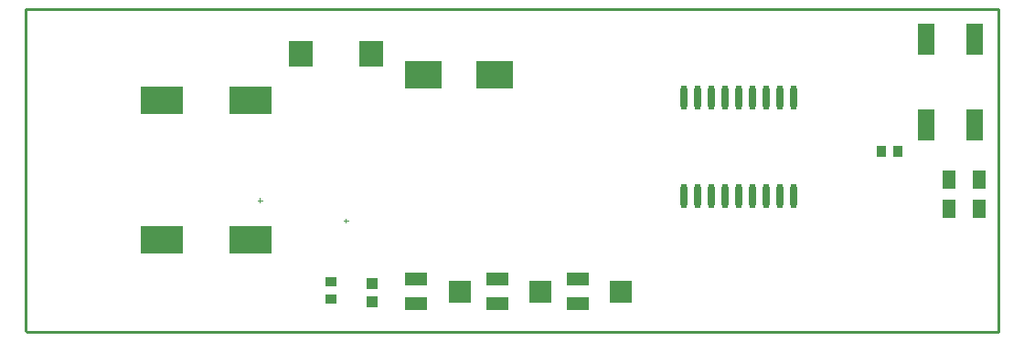
<source format=gtp>
%FSTAX23Y23*%
%MOIN*%
%SFA1B1*%

%IPPOS*%
%ADD11R,0.047200X0.065000*%
%ADD12R,0.059100X0.118100*%
%ADD13O,0.023600X0.090600*%
%ADD14R,0.039400X0.035400*%
%ADD15R,0.035400X0.039400*%
%ADD16R,0.039400X0.039400*%
%ADD17R,0.078700X0.051200*%
%ADD18R,0.078700X0.078700*%
%ADD19R,0.090000X0.094500*%
%ADD20R,0.137800X0.098400*%
%ADD21R,0.157500X0.098400*%
%ADD22C,0.010000*%
%ADD27C,0.003900*%
%LNuzcar-1*%
%LPD*%
G54D11*
X05777Y02786D03*
X05667D03*
X05778Y02682D03*
X05668D03*
G54D12*
X0576Y02987D03*
Y03302D03*
X05583D03*
Y02987D03*
G54D13*
X04699Y02728D03*
X04749D03*
X04799D03*
X04849D03*
X04899D03*
X04949D03*
X04999D03*
X05049D03*
X05099D03*
X04699Y03087D03*
X04749D03*
X04799D03*
X04849D03*
X04899D03*
X04949D03*
X04999D03*
X05049D03*
X05099D03*
G54D14*
X03413Y0235D03*
Y02413D03*
G54D15*
X05482Y0289D03*
X05419D03*
G54D16*
X03563Y02408D03*
Y02341D03*
G54D17*
X04313Y02424D03*
Y02333D03*
X04019Y02424D03*
Y02333D03*
X03725Y02424D03*
Y02333D03*
G54D18*
X0447Y02378D03*
X04177D03*
X03883D03*
G54D19*
X0356Y03248D03*
X03304D03*
G54D20*
X0375Y03172D03*
X0401D03*
G54D21*
X02798Y02567D03*
X0312D03*
X02798Y03077D03*
X0312D03*
G54D22*
X02301Y02234D02*
Y03411D01*
X02304Y02232D02*
X05847D01*
X02301Y03411D02*
X05846D01*
Y02234D02*
Y03411D01*
G54D27*
X0346Y02636D02*
X03476D01*
X03468Y02629D02*
Y02644D01*
X03155Y02704D02*
Y02719D01*
X03148Y02712D02*
X03163D01*
M02*
</source>
